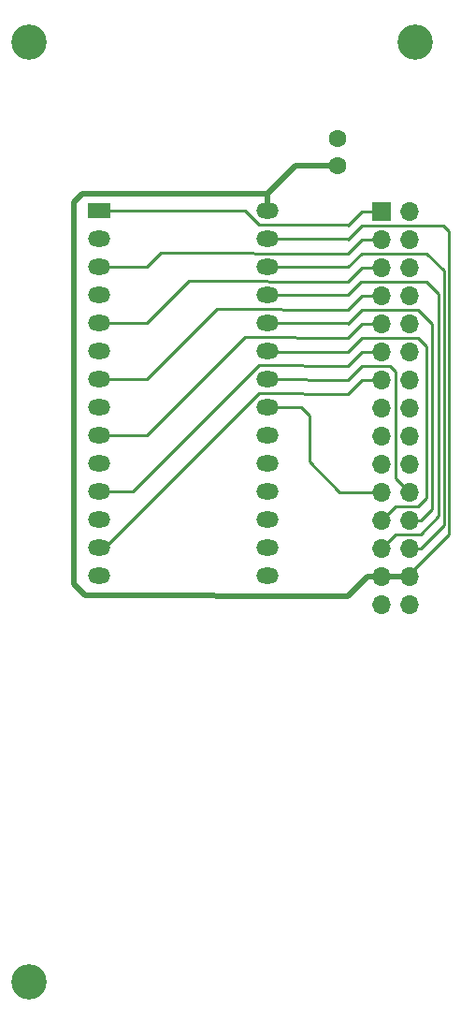
<source format=gbr>
%TF.GenerationSoftware,KiCad,Pcbnew,(5.99.0-7356-g63088e8bdb)*%
%TF.CreationDate,2021-07-04T12:01:14+08:00*%
%TF.ProjectId,AdapterCartdrigeDev,41646170-7465-4724-9361-727464726967,rev?*%
%TF.SameCoordinates,Original*%
%TF.FileFunction,Copper,L1,Top*%
%TF.FilePolarity,Positive*%
%FSLAX46Y46*%
G04 Gerber Fmt 4.6, Leading zero omitted, Abs format (unit mm)*
G04 Created by KiCad (PCBNEW (5.99.0-7356-g63088e8bdb)) date 2021-07-04 12:01:14*
%MOMM*%
%LPD*%
G01*
G04 APERTURE LIST*
%TA.AperFunction,ComponentPad*%
%ADD10C,3.200000*%
%TD*%
%TA.AperFunction,ComponentPad*%
%ADD11R,1.700000X1.700000*%
%TD*%
%TA.AperFunction,ComponentPad*%
%ADD12O,1.700000X1.700000*%
%TD*%
%TA.AperFunction,ComponentPad*%
%ADD13C,1.600000*%
%TD*%
%TA.AperFunction,ComponentPad*%
%ADD14R,2.000000X1.440000*%
%TD*%
%TA.AperFunction,ComponentPad*%
%ADD15O,2.000000X1.440000*%
%TD*%
%TA.AperFunction,Conductor*%
%ADD16C,0.250000*%
%TD*%
%TA.AperFunction,Conductor*%
%ADD17C,0.500000*%
%TD*%
G04 APERTURE END LIST*
D10*
%TO.P,H3,1,1*%
%TO.N,GND*%
X131000000Y-34000000D03*
%TD*%
%TO.P,H1,*%
%TO.N,GND*%
X96000000Y-34000000D03*
%TD*%
D11*
%TO.P,J1,1,Pin_1*%
%TO.N,/A14*%
X127936000Y-49280000D03*
D12*
%TO.P,J1,2,Pin_2*%
%TO.N,/A12*%
X130476000Y-49280000D03*
%TO.P,J1,3,Pin_3*%
%TO.N,/A7*%
X127936000Y-51820000D03*
%TO.P,J1,4,Pin_4*%
%TO.N,/A6*%
X130476000Y-51820000D03*
%TO.P,J1,5,Pin_5*%
%TO.N,/A5*%
X127936000Y-54360000D03*
%TO.P,J1,6,Pin_6*%
%TO.N,/A4*%
X130476000Y-54360000D03*
%TO.P,J1,7,Pin_7*%
%TO.N,/A3*%
X127936000Y-56900000D03*
%TO.P,J1,8,Pin_8*%
%TO.N,/A2*%
X130476000Y-56900000D03*
%TO.P,J1,9,Pin_9*%
%TO.N,/A1*%
X127936000Y-59440000D03*
%TO.P,J1,10,Pin_10*%
%TO.N,/A0*%
X130476000Y-59440000D03*
%TO.P,J1,11,Pin_11*%
%TO.N,/D0*%
X127936000Y-61980000D03*
%TO.P,J1,12,Pin_12*%
%TO.N,/D1*%
X130476000Y-61980000D03*
%TO.P,J1,13,Pin_13*%
%TO.N,/D2*%
X127936000Y-64520000D03*
%TO.P,J1,14,Pin_14*%
%TO.N,GND*%
X130476000Y-64520000D03*
%TO.P,J1,15,Pin_15*%
%TO.N,/D3*%
X127936000Y-67060000D03*
%TO.P,J1,16,Pin_16*%
%TO.N,/D4*%
X130476000Y-67060000D03*
%TO.P,J1,17,Pin_17*%
%TO.N,/D5*%
X127936000Y-69600000D03*
%TO.P,J1,18,Pin_18*%
%TO.N,/D6*%
X130476000Y-69600000D03*
%TO.P,J1,19,Pin_19*%
%TO.N,/D7*%
X127936000Y-72140000D03*
%TO.P,J1,20,Pin_20*%
%TO.N,CS*%
X130476000Y-72140000D03*
%TO.P,J1,21,Pin_21*%
%TO.N,/A10*%
X127936000Y-74680000D03*
%TO.P,J1,22,Pin_22*%
%TO.N,OE*%
X130476000Y-74680000D03*
%TO.P,J1,23,Pin_23*%
%TO.N,/A11*%
X127936000Y-77220000D03*
%TO.P,J1,24,Pin_24*%
%TO.N,/A9*%
X130476000Y-77220000D03*
%TO.P,J1,25,Pin_25*%
%TO.N,/A8*%
X127936000Y-79760000D03*
%TO.P,J1,26,Pin_26*%
%TO.N,/A13*%
X130476000Y-79760000D03*
%TO.P,J1,27,Pin_27*%
%TO.N,+5V*%
X127936000Y-82300000D03*
%TO.P,J1,28,Pin_28*%
X130476000Y-82300000D03*
%TO.P,J1,29,Pin_29*%
%TO.N,GND*%
X127936000Y-84840000D03*
%TO.P,J1,30,Pin_30*%
X130476000Y-84840000D03*
%TD*%
D10*
%TO.P,H2,*%
%TO.N,GND*%
X96000000Y-119000000D03*
%TD*%
D13*
%TO.P,C1,1*%
%TO.N,+5V*%
X123983000Y-45196000D03*
%TO.P,C1,2*%
%TO.N,GND*%
X123983000Y-42696000D03*
%TD*%
D14*
%TO.P,U1,1,A14*%
%TO.N,/A14*%
X102393000Y-49260000D03*
D15*
%TO.P,U1,2,A12*%
%TO.N,/A12*%
X102393000Y-51800000D03*
%TO.P,U1,3,A7*%
%TO.N,/A7*%
X102393000Y-54340000D03*
%TO.P,U1,4,A6*%
%TO.N,/A6*%
X102393000Y-56880000D03*
%TO.P,U1,5,A5*%
%TO.N,/A5*%
X102393000Y-59420000D03*
%TO.P,U1,6,A4*%
%TO.N,/A4*%
X102393000Y-61960000D03*
%TO.P,U1,7,A3*%
%TO.N,/A3*%
X102393000Y-64500000D03*
%TO.P,U1,8,A2*%
%TO.N,/A2*%
X102393000Y-67040000D03*
%TO.P,U1,9,A1*%
%TO.N,/A1*%
X102393000Y-69580000D03*
%TO.P,U1,10,A0*%
%TO.N,/A0*%
X102393000Y-72120000D03*
%TO.P,U1,11,D0*%
%TO.N,/D0*%
X102393000Y-74660000D03*
%TO.P,U1,12,D1*%
%TO.N,/D1*%
X102393000Y-77200000D03*
%TO.P,U1,13,D2*%
%TO.N,/D2*%
X102393000Y-79740000D03*
%TO.P,U1,14,GND*%
%TO.N,GND*%
X102393000Y-82280000D03*
%TO.P,U1,15,D3*%
%TO.N,/D3*%
X117633000Y-82280000D03*
%TO.P,U1,16,D4*%
%TO.N,/D4*%
X117633000Y-79740000D03*
%TO.P,U1,17,D5*%
%TO.N,/D5*%
X117633000Y-77200000D03*
%TO.P,U1,18,D6*%
%TO.N,/D6*%
X117633000Y-74660000D03*
%TO.P,U1,19,D7*%
%TO.N,/D7*%
X117633000Y-72120000D03*
%TO.P,U1,20,~CS*%
%TO.N,CS*%
X117633000Y-69580000D03*
%TO.P,U1,21,A10*%
%TO.N,/A10*%
X117633000Y-67040000D03*
%TO.P,U1,22,~OE*%
%TO.N,OE*%
X117633000Y-64500000D03*
%TO.P,U1,23,A11*%
%TO.N,/A11*%
X117633000Y-61960000D03*
%TO.P,U1,24,A9*%
%TO.N,/A9*%
X117633000Y-59420000D03*
%TO.P,U1,25,A8*%
%TO.N,/A8*%
X117633000Y-56880000D03*
%TO.P,U1,26,A13*%
%TO.N,/A13*%
X117633000Y-54340000D03*
%TO.P,U1,27,~WE*%
%TO.N,+5V*%
X117633000Y-51800000D03*
%TO.P,U1,28,VCC*%
X117633000Y-49260000D03*
%TD*%
D16*
%TO.N,+5V*%
X124868000Y-51800000D02*
X124888000Y-51820000D01*
D17*
X130476000Y-82300000D02*
X127936000Y-82300000D01*
D16*
X133524000Y-50550000D02*
X134032000Y-51058000D01*
D17*
X100869000Y-47736000D02*
X100107000Y-48498000D01*
D16*
X134032000Y-78490000D02*
X130476000Y-82046000D01*
D17*
X126666000Y-82300000D02*
X127936000Y-82300000D01*
D16*
X124888000Y-51820000D02*
X126158000Y-50550000D01*
X134032000Y-51058000D02*
X134032000Y-78490000D01*
D17*
X120173000Y-45196000D02*
X117633000Y-47736000D01*
X117633000Y-49260000D02*
X117633000Y-47736000D01*
X117633000Y-47736000D02*
X100869000Y-47736000D01*
X100107000Y-48498000D02*
X100107000Y-83042000D01*
X123983000Y-45196000D02*
X120173000Y-45196000D01*
D16*
X117633000Y-51800000D02*
X124868000Y-51800000D01*
D17*
X100107000Y-83042000D02*
X101123000Y-84058000D01*
D16*
X126158000Y-50550000D02*
X133524000Y-50550000D01*
D17*
X124888000Y-84078000D02*
X126666000Y-82300000D01*
X101123000Y-84058000D02*
X124888000Y-84078000D01*
D16*
%TO.N,/A13*%
X133581990Y-54671990D02*
X133581990Y-77670010D01*
X132000000Y-53090000D02*
X133581990Y-54671990D01*
X133581990Y-77670010D02*
X131492000Y-79760000D01*
X124908000Y-54340000D02*
X126158000Y-53090000D01*
X117633000Y-54340000D02*
X124908000Y-54340000D01*
X126158000Y-53090000D02*
X132000000Y-53090000D01*
X131492000Y-79760000D02*
X130476000Y-79760000D01*
%TO.N,/A8*%
X133131980Y-76850020D02*
X131492000Y-78490000D01*
X124868000Y-56880000D02*
X126118000Y-55630000D01*
X129206000Y-78490000D02*
X127936000Y-79760000D01*
X126118000Y-55630000D02*
X132000000Y-55630000D01*
X133131980Y-56761980D02*
X133131980Y-76850020D01*
X117633000Y-56880000D02*
X124868000Y-56880000D01*
X132000000Y-55630000D02*
X133131980Y-56761980D01*
X131492000Y-78490000D02*
X129206000Y-78490000D01*
%TO.N,/A9*%
X124868000Y-59420000D02*
X124888000Y-59440000D01*
X131238000Y-58170000D02*
X132508000Y-59440000D01*
X117633000Y-59420000D02*
X124868000Y-59420000D01*
X126158000Y-58170000D02*
X131238000Y-58170000D01*
X132508000Y-59440000D02*
X132508000Y-76204000D01*
X124888000Y-59440000D02*
X126158000Y-58170000D01*
X132508000Y-76204000D02*
X131492000Y-77220000D01*
X131492000Y-77220000D02*
X130476000Y-77220000D01*
%TO.N,/A11*%
X132000000Y-61472000D02*
X132000000Y-75188000D01*
X132000000Y-75188000D02*
X131238000Y-75950000D01*
X131238000Y-60710000D02*
X132000000Y-61472000D01*
X131238000Y-75950000D02*
X129206000Y-75950000D01*
X129206000Y-75950000D02*
X127936000Y-77220000D01*
X117653000Y-61980000D02*
X124888000Y-61980000D01*
X126158000Y-60710000D02*
X131238000Y-60710000D01*
X124888000Y-61980000D02*
X126158000Y-60710000D01*
%TO.N,OE*%
X128698000Y-63250000D02*
X129206000Y-63758000D01*
X129206000Y-73410000D02*
X130476000Y-74680000D01*
X129206000Y-63758000D02*
X129206000Y-73410000D01*
X124888000Y-64520000D02*
X126158000Y-63250000D01*
X117633000Y-64500000D02*
X124888000Y-64520000D01*
X126158000Y-63250000D02*
X128698000Y-63250000D01*
%TO.N,/A10*%
X121443000Y-67802000D02*
X120681000Y-67040000D01*
X124166000Y-74680000D02*
X121443000Y-71957000D01*
X121443000Y-71957000D02*
X121443000Y-67802000D01*
X120681000Y-67040000D02*
X117633000Y-67040000D01*
X127936000Y-74680000D02*
X124166000Y-74680000D01*
%TO.N,/D2*%
X116871000Y-65770000D02*
X102901000Y-79740000D01*
X127936000Y-64520000D02*
X126158000Y-64520000D01*
X124888000Y-65790000D02*
X116871000Y-65770000D01*
X126158000Y-64520000D02*
X124888000Y-65790000D01*
%TO.N,/D0*%
X116871000Y-63230000D02*
X105441000Y-74660000D01*
X126158000Y-61980000D02*
X124888000Y-63250000D01*
X102393000Y-74660000D02*
X105441000Y-74660000D01*
X124888000Y-63250000D02*
X116871000Y-63230000D01*
X127936000Y-61980000D02*
X126158000Y-61980000D01*
%TO.N,/A1*%
X124888000Y-60710000D02*
X115601000Y-60690000D01*
X102393000Y-69580000D02*
X106711000Y-69580000D01*
X115601000Y-60690000D02*
X106711000Y-69580000D01*
X126158000Y-59440000D02*
X124888000Y-60710000D01*
X127936000Y-59440000D02*
X126158000Y-59440000D01*
%TO.N,/A3*%
X126158000Y-56900000D02*
X124888000Y-58170000D01*
X127936000Y-56900000D02*
X126158000Y-56900000D01*
X113061000Y-58150000D02*
X106711000Y-64500000D01*
X102393000Y-64500000D02*
X106711000Y-64500000D01*
X124888000Y-58170000D02*
X113061000Y-58150000D01*
%TO.N,/A5*%
X126158000Y-54360000D02*
X127936000Y-54360000D01*
X102393000Y-59420000D02*
X106711000Y-59420000D01*
X124888000Y-55630000D02*
X126158000Y-54360000D01*
X106711000Y-59420000D02*
X110521000Y-55610000D01*
X110521000Y-55610000D02*
X124888000Y-55630000D01*
%TO.N,/A7*%
X127936000Y-51820000D02*
X126158000Y-51820000D01*
X124888000Y-53090000D02*
X107981000Y-53070000D01*
X107981000Y-53070000D02*
X106711000Y-54340000D01*
X126158000Y-51820000D02*
X124888000Y-53090000D01*
X102393000Y-54340000D02*
X106711000Y-54340000D01*
%TO.N,/A14*%
X116871000Y-50530000D02*
X115601000Y-49260000D01*
X124868000Y-50530000D02*
X116871000Y-50530000D01*
X115601000Y-49260000D02*
X102393000Y-49260000D01*
X127936000Y-49280000D02*
X126158000Y-49280000D01*
X126158000Y-49280000D02*
X124888000Y-50550000D01*
X124888000Y-50550000D02*
X124868000Y-50530000D01*
%TD*%
M02*

</source>
